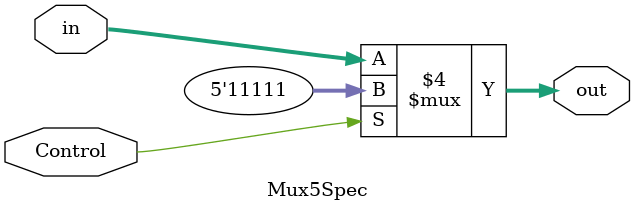
<source format=v>
module Mux5Spec(
	input [4:0] in,
	input Control,
	output reg [4:0] out);

	initial begin
		out <= 0;
	end
	
	always@(*)begin
		if(Control)
			out <= 5'd31;
		else
			out <= in;
	end
	
endmodule
</source>
